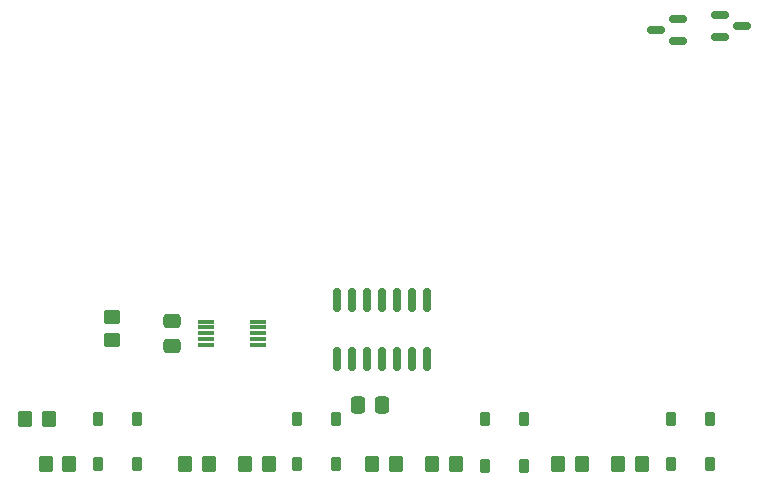
<source format=gtp>
%TF.GenerationSoftware,KiCad,Pcbnew,7.0.5-0*%
%TF.CreationDate,2024-01-09T14:25:17-05:00*%
%TF.ProjectId,ESP-32_USB_sequencer,4553502d-3332-45f5-9553-425f73657175,rev?*%
%TF.SameCoordinates,Original*%
%TF.FileFunction,Paste,Top*%
%TF.FilePolarity,Positive*%
%FSLAX46Y46*%
G04 Gerber Fmt 4.6, Leading zero omitted, Abs format (unit mm)*
G04 Created by KiCad (PCBNEW 7.0.5-0) date 2024-01-09 14:25:17*
%MOMM*%
%LPD*%
G01*
G04 APERTURE LIST*
G04 Aperture macros list*
%AMRoundRect*
0 Rectangle with rounded corners*
0 $1 Rounding radius*
0 $2 $3 $4 $5 $6 $7 $8 $9 X,Y pos of 4 corners*
0 Add a 4 corners polygon primitive as box body*
4,1,4,$2,$3,$4,$5,$6,$7,$8,$9,$2,$3,0*
0 Add four circle primitives for the rounded corners*
1,1,$1+$1,$2,$3*
1,1,$1+$1,$4,$5*
1,1,$1+$1,$6,$7*
1,1,$1+$1,$8,$9*
0 Add four rect primitives between the rounded corners*
20,1,$1+$1,$2,$3,$4,$5,0*
20,1,$1+$1,$4,$5,$6,$7,0*
20,1,$1+$1,$6,$7,$8,$9,0*
20,1,$1+$1,$8,$9,$2,$3,0*%
G04 Aperture macros list end*
%ADD10RoundRect,0.250000X0.350000X0.450000X-0.350000X0.450000X-0.350000X-0.450000X0.350000X-0.450000X0*%
%ADD11RoundRect,0.250000X-0.350000X-0.450000X0.350000X-0.450000X0.350000X0.450000X-0.350000X0.450000X0*%
%ADD12RoundRect,0.225000X0.225000X0.375000X-0.225000X0.375000X-0.225000X-0.375000X0.225000X-0.375000X0*%
%ADD13R,1.400000X0.300000*%
%ADD14RoundRect,0.250000X0.450000X-0.350000X0.450000X0.350000X-0.450000X0.350000X-0.450000X-0.350000X0*%
%ADD15RoundRect,0.150000X-0.587500X-0.150000X0.587500X-0.150000X0.587500X0.150000X-0.587500X0.150000X0*%
%ADD16RoundRect,0.250000X0.475000X-0.337500X0.475000X0.337500X-0.475000X0.337500X-0.475000X-0.337500X0*%
%ADD17RoundRect,0.150000X0.587500X0.150000X-0.587500X0.150000X-0.587500X-0.150000X0.587500X-0.150000X0*%
%ADD18RoundRect,0.250000X-0.337500X-0.475000X0.337500X-0.475000X0.337500X0.475000X-0.337500X0.475000X0*%
%ADD19RoundRect,0.150000X0.150000X-0.825000X0.150000X0.825000X-0.150000X0.825000X-0.150000X-0.825000X0*%
G04 APERTURE END LIST*
D10*
%TO.C,R7*%
X111647050Y-176595000D03*
X109647050Y-176595000D03*
%TD*%
%TO.C,R8*%
X127407050Y-176595000D03*
X125407050Y-176595000D03*
%TD*%
D11*
%TO.C,R1*%
X75200000Y-172720000D03*
X77200000Y-172720000D03*
%TD*%
D12*
%TO.C,D1*%
X84660000Y-176595000D03*
X81360000Y-176595000D03*
%TD*%
%TO.C,D3*%
X117377050Y-176765000D03*
X114077050Y-176765000D03*
%TD*%
%TO.C,D5*%
X133137050Y-176595000D03*
X129837050Y-176595000D03*
%TD*%
D13*
%TO.C,U3*%
X90510000Y-164505000D03*
X90510000Y-165005000D03*
X90510000Y-165505000D03*
X90510000Y-166005000D03*
X90510000Y-166505000D03*
X94910000Y-166505000D03*
X94910000Y-166005000D03*
X94910000Y-165505000D03*
X94910000Y-165005000D03*
X94910000Y-164505000D03*
%TD*%
D12*
%TO.C,D7*%
X133137050Y-172785000D03*
X129837050Y-172785000D03*
%TD*%
D10*
%TO.C,R6*%
X78930000Y-176595000D03*
X76930000Y-176595000D03*
%TD*%
D14*
%TO.C,R17*%
X82550000Y-166100000D03*
X82550000Y-164100000D03*
%TD*%
D11*
%TO.C,R2*%
X104567050Y-176595000D03*
X106567050Y-176595000D03*
%TD*%
D15*
%TO.C,Q1*%
X134015000Y-138533000D03*
X134015000Y-140433000D03*
X135890000Y-139483000D03*
%TD*%
D12*
%TO.C,D2*%
X84660000Y-172785000D03*
X81360000Y-172785000D03*
%TD*%
D16*
%TO.C,C3*%
X87630000Y-166542500D03*
X87630000Y-164467500D03*
%TD*%
D11*
%TO.C,R4*%
X88701747Y-176556343D03*
X90701747Y-176556343D03*
%TD*%
D17*
%TO.C,Q2*%
X130477500Y-140765500D03*
X130477500Y-138865500D03*
X128602500Y-139815500D03*
%TD*%
D10*
%TO.C,R9*%
X95781747Y-176556343D03*
X93781747Y-176556343D03*
%TD*%
D18*
%TO.C,C1*%
X103335000Y-171580000D03*
X105410000Y-171580000D03*
%TD*%
D12*
%TO.C,D8*%
X101511747Y-172746343D03*
X98211747Y-172746343D03*
%TD*%
%TO.C,D6*%
X101511747Y-176556343D03*
X98211747Y-176556343D03*
%TD*%
D19*
%TO.C,U4*%
X101600000Y-167640000D03*
X102870000Y-167640000D03*
X104140000Y-167640000D03*
X105410000Y-167640000D03*
X106680000Y-167640000D03*
X107950000Y-167640000D03*
X109220000Y-167640000D03*
X109220000Y-162690000D03*
X107950000Y-162690000D03*
X106680000Y-162690000D03*
X105410000Y-162690000D03*
X104140000Y-162690000D03*
X102870000Y-162690000D03*
X101600000Y-162690000D03*
%TD*%
D11*
%TO.C,R3*%
X120327050Y-176595000D03*
X122327050Y-176595000D03*
%TD*%
D12*
%TO.C,D4*%
X117377050Y-172785000D03*
X114077050Y-172785000D03*
%TD*%
M02*

</source>
